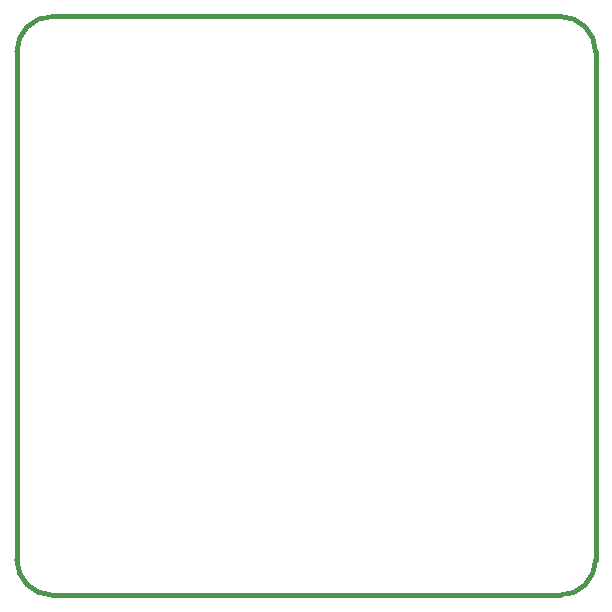
<source format=gm1>
G04 #@! TF.FileFunction,Profile,NP*
%FSLAX46Y46*%
G04 Gerber Fmt 4.6, Leading zero omitted, Abs format (unit mm)*
G04 Created by KiCad (PCBNEW 4.0.1-stable) date 3/5/2016 3:38:05 PM*
%MOMM*%
G01*
G04 APERTURE LIST*
%ADD10C,0.150000*%
%ADD11C,0.381000*%
G04 APERTURE END LIST*
D10*
D11*
X49000000Y-3000000D02*
X49000000Y-46000000D01*
X3000000Y0D02*
X46000000Y0D01*
X0Y-46000000D02*
X0Y-3000000D01*
X46000000Y-49000000D02*
X3000000Y-49000000D01*
X0Y-46000000D02*
G75*
G03X3000000Y-49000000I3000000J0D01*
G01*
X46000000Y-49000000D02*
G75*
G03X49000000Y-46000000I0J3000000D01*
G01*
X49000000Y-3000000D02*
G75*
G03X46000000Y0I-3000000J0D01*
G01*
X3000000Y0D02*
G75*
G03X0Y-3000000I0J-3000000D01*
G01*
M02*

</source>
